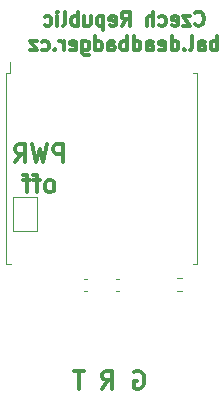
<source format=gbr>
%TF.GenerationSoftware,KiCad,Pcbnew,5.1.9*%
%TF.CreationDate,2021-03-27T13:30:24+01:00*%
%TF.ProjectId,picoballoon,7069636f-6261-46c6-9c6f-6f6e2e6b6963,0.1*%
%TF.SameCoordinates,Original*%
%TF.FileFunction,Legend,Bot*%
%TF.FilePolarity,Positive*%
%FSLAX46Y46*%
G04 Gerber Fmt 4.6, Leading zero omitted, Abs format (unit mm)*
G04 Created by KiCad (PCBNEW 5.1.9) date 2021-03-27 13:30:24*
%MOMM*%
%LPD*%
G01*
G04 APERTURE LIST*
%ADD10C,0.300000*%
%ADD11C,0.120000*%
G04 APERTURE END LIST*
D10*
X124640000Y-71933571D02*
X124640000Y-70433571D01*
X124068571Y-70433571D01*
X123925714Y-70505000D01*
X123854285Y-70576428D01*
X123782857Y-70719285D01*
X123782857Y-70933571D01*
X123854285Y-71076428D01*
X123925714Y-71147857D01*
X124068571Y-71219285D01*
X124640000Y-71219285D01*
X123282857Y-70433571D02*
X122925714Y-71933571D01*
X122640000Y-70862142D01*
X122354285Y-71933571D01*
X121997142Y-70433571D01*
X120568571Y-71933571D02*
X121068571Y-71219285D01*
X121425714Y-71933571D02*
X121425714Y-70433571D01*
X120854285Y-70433571D01*
X120711428Y-70505000D01*
X120640000Y-70576428D01*
X120568571Y-70719285D01*
X120568571Y-70933571D01*
X120640000Y-71076428D01*
X120711428Y-71147857D01*
X120854285Y-71219285D01*
X121425714Y-71219285D01*
X123604285Y-74483571D02*
X123747142Y-74412142D01*
X123818571Y-74340714D01*
X123890000Y-74197857D01*
X123890000Y-73769285D01*
X123818571Y-73626428D01*
X123747142Y-73555000D01*
X123604285Y-73483571D01*
X123390000Y-73483571D01*
X123247142Y-73555000D01*
X123175714Y-73626428D01*
X123104285Y-73769285D01*
X123104285Y-74197857D01*
X123175714Y-74340714D01*
X123247142Y-74412142D01*
X123390000Y-74483571D01*
X123604285Y-74483571D01*
X122675714Y-73483571D02*
X122104285Y-73483571D01*
X122461428Y-74483571D02*
X122461428Y-73197857D01*
X122390000Y-73055000D01*
X122247142Y-72983571D01*
X122104285Y-72983571D01*
X121818571Y-73483571D02*
X121247142Y-73483571D01*
X121604285Y-74483571D02*
X121604285Y-73197857D01*
X121532857Y-73055000D01*
X121390000Y-72983571D01*
X121247142Y-72983571D01*
X130661428Y-89690000D02*
X130804285Y-89618571D01*
X131018571Y-89618571D01*
X131232857Y-89690000D01*
X131375714Y-89832857D01*
X131447142Y-89975714D01*
X131518571Y-90261428D01*
X131518571Y-90475714D01*
X131447142Y-90761428D01*
X131375714Y-90904285D01*
X131232857Y-91047142D01*
X131018571Y-91118571D01*
X130875714Y-91118571D01*
X130661428Y-91047142D01*
X130590000Y-90975714D01*
X130590000Y-90475714D01*
X130875714Y-90475714D01*
X127947142Y-91118571D02*
X128447142Y-90404285D01*
X128804285Y-91118571D02*
X128804285Y-89618571D01*
X128232857Y-89618571D01*
X128090000Y-89690000D01*
X128018571Y-89761428D01*
X127947142Y-89904285D01*
X127947142Y-90118571D01*
X128018571Y-90261428D01*
X128090000Y-90332857D01*
X128232857Y-90404285D01*
X128804285Y-90404285D01*
X126375714Y-89618571D02*
X125518571Y-89618571D01*
X125947142Y-91118571D02*
X125947142Y-89618571D01*
X135810000Y-60268571D02*
X135867142Y-60325714D01*
X136038571Y-60382857D01*
X136152857Y-60382857D01*
X136324285Y-60325714D01*
X136438571Y-60211428D01*
X136495714Y-60097142D01*
X136552857Y-59868571D01*
X136552857Y-59697142D01*
X136495714Y-59468571D01*
X136438571Y-59354285D01*
X136324285Y-59240000D01*
X136152857Y-59182857D01*
X136038571Y-59182857D01*
X135867142Y-59240000D01*
X135810000Y-59297142D01*
X135410000Y-59582857D02*
X134781428Y-59582857D01*
X135410000Y-60382857D01*
X134781428Y-60382857D01*
X133867142Y-60325714D02*
X133981428Y-60382857D01*
X134210000Y-60382857D01*
X134324285Y-60325714D01*
X134381428Y-60211428D01*
X134381428Y-59754285D01*
X134324285Y-59640000D01*
X134210000Y-59582857D01*
X133981428Y-59582857D01*
X133867142Y-59640000D01*
X133810000Y-59754285D01*
X133810000Y-59868571D01*
X134381428Y-59982857D01*
X132781428Y-60325714D02*
X132895714Y-60382857D01*
X133124285Y-60382857D01*
X133238571Y-60325714D01*
X133295714Y-60268571D01*
X133352857Y-60154285D01*
X133352857Y-59811428D01*
X133295714Y-59697142D01*
X133238571Y-59640000D01*
X133124285Y-59582857D01*
X132895714Y-59582857D01*
X132781428Y-59640000D01*
X132267142Y-60382857D02*
X132267142Y-59182857D01*
X131752857Y-60382857D02*
X131752857Y-59754285D01*
X131810000Y-59640000D01*
X131924285Y-59582857D01*
X132095714Y-59582857D01*
X132210000Y-59640000D01*
X132267142Y-59697142D01*
X129581428Y-60382857D02*
X129981428Y-59811428D01*
X130267142Y-60382857D02*
X130267142Y-59182857D01*
X129810000Y-59182857D01*
X129695714Y-59240000D01*
X129638571Y-59297142D01*
X129581428Y-59411428D01*
X129581428Y-59582857D01*
X129638571Y-59697142D01*
X129695714Y-59754285D01*
X129810000Y-59811428D01*
X130267142Y-59811428D01*
X128610000Y-60325714D02*
X128724285Y-60382857D01*
X128952857Y-60382857D01*
X129067142Y-60325714D01*
X129124285Y-60211428D01*
X129124285Y-59754285D01*
X129067142Y-59640000D01*
X128952857Y-59582857D01*
X128724285Y-59582857D01*
X128610000Y-59640000D01*
X128552857Y-59754285D01*
X128552857Y-59868571D01*
X129124285Y-59982857D01*
X128038571Y-59582857D02*
X128038571Y-60782857D01*
X128038571Y-59640000D02*
X127924285Y-59582857D01*
X127695714Y-59582857D01*
X127581428Y-59640000D01*
X127524285Y-59697142D01*
X127467142Y-59811428D01*
X127467142Y-60154285D01*
X127524285Y-60268571D01*
X127581428Y-60325714D01*
X127695714Y-60382857D01*
X127924285Y-60382857D01*
X128038571Y-60325714D01*
X126438571Y-59582857D02*
X126438571Y-60382857D01*
X126952857Y-59582857D02*
X126952857Y-60211428D01*
X126895714Y-60325714D01*
X126781428Y-60382857D01*
X126610000Y-60382857D01*
X126495714Y-60325714D01*
X126438571Y-60268571D01*
X125867142Y-60382857D02*
X125867142Y-59182857D01*
X125867142Y-59640000D02*
X125752857Y-59582857D01*
X125524285Y-59582857D01*
X125410000Y-59640000D01*
X125352857Y-59697142D01*
X125295714Y-59811428D01*
X125295714Y-60154285D01*
X125352857Y-60268571D01*
X125410000Y-60325714D01*
X125524285Y-60382857D01*
X125752857Y-60382857D01*
X125867142Y-60325714D01*
X124610000Y-60382857D02*
X124724285Y-60325714D01*
X124781428Y-60211428D01*
X124781428Y-59182857D01*
X124152857Y-60382857D02*
X124152857Y-59582857D01*
X124152857Y-59182857D02*
X124210000Y-59240000D01*
X124152857Y-59297142D01*
X124095714Y-59240000D01*
X124152857Y-59182857D01*
X124152857Y-59297142D01*
X123067142Y-60325714D02*
X123181428Y-60382857D01*
X123410000Y-60382857D01*
X123524285Y-60325714D01*
X123581428Y-60268571D01*
X123638571Y-60154285D01*
X123638571Y-59811428D01*
X123581428Y-59697142D01*
X123524285Y-59640000D01*
X123410000Y-59582857D01*
X123181428Y-59582857D01*
X123067142Y-59640000D01*
X137695714Y-62482857D02*
X137695714Y-61282857D01*
X137695714Y-61740000D02*
X137581428Y-61682857D01*
X137352857Y-61682857D01*
X137238571Y-61740000D01*
X137181428Y-61797142D01*
X137124285Y-61911428D01*
X137124285Y-62254285D01*
X137181428Y-62368571D01*
X137238571Y-62425714D01*
X137352857Y-62482857D01*
X137581428Y-62482857D01*
X137695714Y-62425714D01*
X136095714Y-62482857D02*
X136095714Y-61854285D01*
X136152857Y-61740000D01*
X136267142Y-61682857D01*
X136495714Y-61682857D01*
X136610000Y-61740000D01*
X136095714Y-62425714D02*
X136210000Y-62482857D01*
X136495714Y-62482857D01*
X136610000Y-62425714D01*
X136667142Y-62311428D01*
X136667142Y-62197142D01*
X136610000Y-62082857D01*
X136495714Y-62025714D01*
X136210000Y-62025714D01*
X136095714Y-61968571D01*
X135352857Y-62482857D02*
X135467142Y-62425714D01*
X135524285Y-62311428D01*
X135524285Y-61282857D01*
X134895714Y-62368571D02*
X134838571Y-62425714D01*
X134895714Y-62482857D01*
X134952857Y-62425714D01*
X134895714Y-62368571D01*
X134895714Y-62482857D01*
X133810000Y-62482857D02*
X133810000Y-61282857D01*
X133810000Y-62425714D02*
X133924285Y-62482857D01*
X134152857Y-62482857D01*
X134267142Y-62425714D01*
X134324285Y-62368571D01*
X134381428Y-62254285D01*
X134381428Y-61911428D01*
X134324285Y-61797142D01*
X134267142Y-61740000D01*
X134152857Y-61682857D01*
X133924285Y-61682857D01*
X133810000Y-61740000D01*
X132781428Y-62425714D02*
X132895714Y-62482857D01*
X133124285Y-62482857D01*
X133238571Y-62425714D01*
X133295714Y-62311428D01*
X133295714Y-61854285D01*
X133238571Y-61740000D01*
X133124285Y-61682857D01*
X132895714Y-61682857D01*
X132781428Y-61740000D01*
X132724285Y-61854285D01*
X132724285Y-61968571D01*
X133295714Y-62082857D01*
X131695714Y-62482857D02*
X131695714Y-61854285D01*
X131752857Y-61740000D01*
X131867142Y-61682857D01*
X132095714Y-61682857D01*
X132210000Y-61740000D01*
X131695714Y-62425714D02*
X131810000Y-62482857D01*
X132095714Y-62482857D01*
X132210000Y-62425714D01*
X132267142Y-62311428D01*
X132267142Y-62197142D01*
X132210000Y-62082857D01*
X132095714Y-62025714D01*
X131810000Y-62025714D01*
X131695714Y-61968571D01*
X130610000Y-62482857D02*
X130610000Y-61282857D01*
X130610000Y-62425714D02*
X130724285Y-62482857D01*
X130952857Y-62482857D01*
X131067142Y-62425714D01*
X131124285Y-62368571D01*
X131181428Y-62254285D01*
X131181428Y-61911428D01*
X131124285Y-61797142D01*
X131067142Y-61740000D01*
X130952857Y-61682857D01*
X130724285Y-61682857D01*
X130610000Y-61740000D01*
X130038571Y-62482857D02*
X130038571Y-61282857D01*
X130038571Y-61740000D02*
X129924285Y-61682857D01*
X129695714Y-61682857D01*
X129581428Y-61740000D01*
X129524285Y-61797142D01*
X129467142Y-61911428D01*
X129467142Y-62254285D01*
X129524285Y-62368571D01*
X129581428Y-62425714D01*
X129695714Y-62482857D01*
X129924285Y-62482857D01*
X130038571Y-62425714D01*
X128438571Y-62482857D02*
X128438571Y-61854285D01*
X128495714Y-61740000D01*
X128610000Y-61682857D01*
X128838571Y-61682857D01*
X128952857Y-61740000D01*
X128438571Y-62425714D02*
X128552857Y-62482857D01*
X128838571Y-62482857D01*
X128952857Y-62425714D01*
X129010000Y-62311428D01*
X129010000Y-62197142D01*
X128952857Y-62082857D01*
X128838571Y-62025714D01*
X128552857Y-62025714D01*
X128438571Y-61968571D01*
X127352857Y-62482857D02*
X127352857Y-61282857D01*
X127352857Y-62425714D02*
X127467142Y-62482857D01*
X127695714Y-62482857D01*
X127810000Y-62425714D01*
X127867142Y-62368571D01*
X127924285Y-62254285D01*
X127924285Y-61911428D01*
X127867142Y-61797142D01*
X127810000Y-61740000D01*
X127695714Y-61682857D01*
X127467142Y-61682857D01*
X127352857Y-61740000D01*
X126267142Y-61682857D02*
X126267142Y-62654285D01*
X126324285Y-62768571D01*
X126381428Y-62825714D01*
X126495714Y-62882857D01*
X126667142Y-62882857D01*
X126781428Y-62825714D01*
X126267142Y-62425714D02*
X126381428Y-62482857D01*
X126610000Y-62482857D01*
X126724285Y-62425714D01*
X126781428Y-62368571D01*
X126838571Y-62254285D01*
X126838571Y-61911428D01*
X126781428Y-61797142D01*
X126724285Y-61740000D01*
X126610000Y-61682857D01*
X126381428Y-61682857D01*
X126267142Y-61740000D01*
X125238571Y-62425714D02*
X125352857Y-62482857D01*
X125581428Y-62482857D01*
X125695714Y-62425714D01*
X125752857Y-62311428D01*
X125752857Y-61854285D01*
X125695714Y-61740000D01*
X125581428Y-61682857D01*
X125352857Y-61682857D01*
X125238571Y-61740000D01*
X125181428Y-61854285D01*
X125181428Y-61968571D01*
X125752857Y-62082857D01*
X124667142Y-62482857D02*
X124667142Y-61682857D01*
X124667142Y-61911428D02*
X124610000Y-61797142D01*
X124552857Y-61740000D01*
X124438571Y-61682857D01*
X124324285Y-61682857D01*
X123924285Y-62368571D02*
X123867142Y-62425714D01*
X123924285Y-62482857D01*
X123981428Y-62425714D01*
X123924285Y-62368571D01*
X123924285Y-62482857D01*
X122838571Y-62425714D02*
X122952857Y-62482857D01*
X123181428Y-62482857D01*
X123295714Y-62425714D01*
X123352857Y-62368571D01*
X123410000Y-62254285D01*
X123410000Y-61911428D01*
X123352857Y-61797142D01*
X123295714Y-61740000D01*
X123181428Y-61682857D01*
X122952857Y-61682857D01*
X122838571Y-61740000D01*
X122438571Y-61682857D02*
X121810000Y-61682857D01*
X122438571Y-62482857D01*
X121810000Y-62482857D01*
D11*
%TO.C,JP1*%
X120400000Y-74930000D02*
X120400000Y-77730000D01*
X120400000Y-77730000D02*
X122400000Y-77730000D01*
X122400000Y-77730000D02*
X122400000Y-74930000D01*
X122400000Y-74930000D02*
X120400000Y-74930000D01*
%TO.C,C11*%
X129114420Y-82830000D02*
X129395580Y-82830000D01*
X129114420Y-81810000D02*
X129395580Y-81810000D01*
%TO.C,C12*%
X126670580Y-82820000D02*
X126389420Y-82820000D01*
X126670580Y-81800000D02*
X126389420Y-81800000D01*
%TO.C,R9*%
X134722258Y-82812500D02*
X134247742Y-82812500D01*
X134722258Y-81767500D02*
X134247742Y-81767500D01*
%TO.C,U6*%
X120150000Y-64375000D02*
X120150000Y-63475000D01*
X119800000Y-64375000D02*
X120150000Y-64375000D01*
X136000000Y-80575000D02*
X135600000Y-80575000D01*
X136000000Y-64375000D02*
X136000000Y-80575000D01*
X135600000Y-64375000D02*
X136000000Y-64375000D01*
X119800000Y-80575000D02*
X120200000Y-80575000D01*
X119800000Y-64375000D02*
X119800000Y-80575000D01*
%TD*%
M02*

</source>
